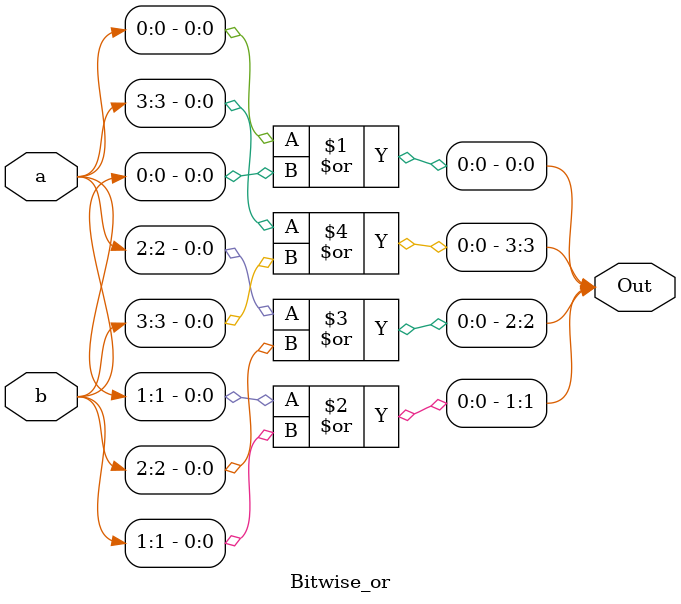
<source format=v>
module Bitwise_or ( input [3:0] a,b,output [3:0] Out);
// This code represents the or operation for inputs a and b
or(Out[0],a[0],b[0]);
or(Out[1],a[1],b[1]);
or(Out[2],a[2],b[2]);
or(Out[3],a[3],b[3]);

endmodule
</source>
